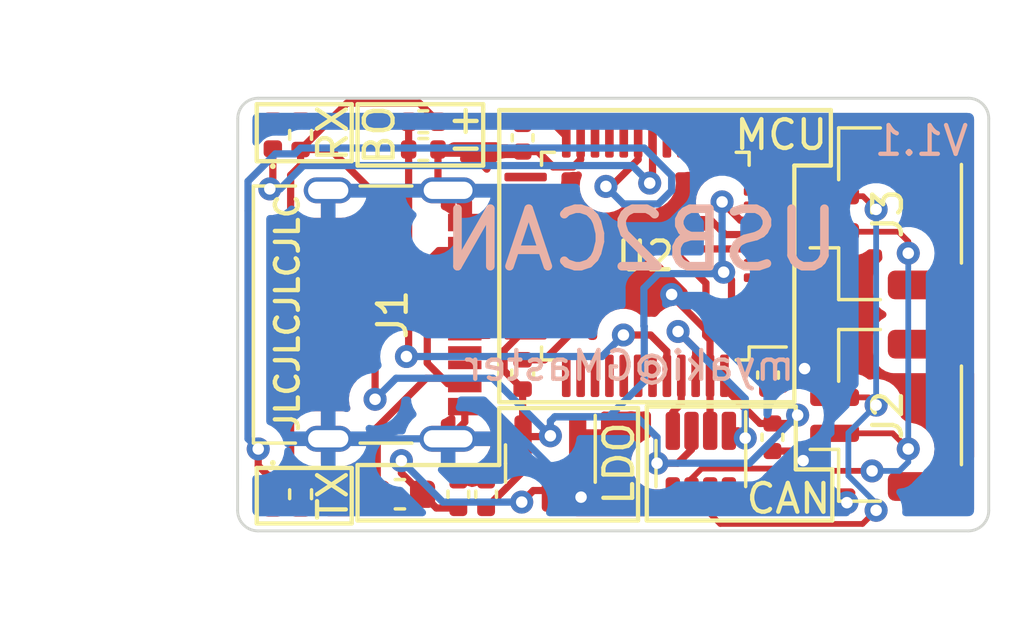
<source format=kicad_pcb>
(kicad_pcb (version 20211014) (generator pcbnew)
  (title_block (title "usb2can") (date "2022-11-11") (rev "1.1") (company "myaki@GMaster"))
  (layers (0 "F.Cu" signal) (31 "B.Cu" signal) (34 "B.Paste" user) (35 "F.Paste" user) (36 "B.SilkS" user "B.Silkscreen") (37 "F.SilkS" user "F.Silkscreen") (38 "B.Mask" user) (39 "F.Mask" user) (44 "Edge.Cuts" user))
  (net 0 "")
  (net 1 "+3.3V")
  (net 2 "GND")
  (net 3 "Net-(C2-Pad2)")
  (net 4 "/NRST")
  (net 5 "/LEDRX")
  (net 6 "Net-(D1-Pad2)")
  (net 7 "/LEDTX")
  (net 8 "Net-(D2-Pad2)")
  (net 9 "+5V")
  (net 11 "/USB_D+")
  (net 12 "/USB_D-")
  (net 16 "/CAN+")
  (net 17 "/CAN-")
  (net 18 "/BOOT0")
  (net 50 "/CAN_RX")
  (net 51 "/CAN_TX")
  (footprint "Resistor_SMD:R_0402_1005Metric" (layer "F.Cu") (at 45.5676 54.9656)
    (fp_text reference "R3" hide)
    (fp_text value "20K")
    (fp_line (start -0.153641 -0.38) (end 0.153641 -0.38) (layer "F.SilkS") (width 0.12))
    (fp_line (start -0.153641 0.38) (end 0.153641 0.38) (layer "F.SilkS") (width 0.12))
    (pad "1" smd roundrect (at -0.51 0) (size 0.54 0.64) (layers "F.Cu" "F.Paste" "F.Mask") (net 18 "/BOOT0"))
    (pad "2" smd roundrect (at 0.51 0) (size 0.54 0.64) (layers "F.Cu" "F.Paste" "F.Mask") (net 2 "GND"))
  )
  (footprint "Capacitor_SMD:C_0402_1005Metric" (layer "F.Cu") (at 47.752 66.9544 90)
    (fp_text reference "C3" hide)
    (fp_text value "1uF")
    (fp_line (start -0.107836 0.36) (end 0.107836 0.36) (layer "F.SilkS") (width 0.12))
    (fp_line (start -0.107836 -0.36) (end 0.107836 -0.36) (layer "F.SilkS") (width 0.12))
    (pad "1" smd roundrect (at -0.48 0 90) (size 0.56 0.62) (layers "F.Cu" "F.Paste" "F.Mask") (net 1 "+3.3V"))
    (pad "2" smd roundrect (at 0.48 0 90) (size 0.56 0.62) (layers "F.Cu" "F.Paste" "F.Mask") (net 2 "GND"))
  )
  (footprint "Connector_USB:USB_C_Receptacle_Palconn_UTC16-G" (layer "F.Cu") (at 44.5008 60.706 -90)
    (fp_text reference "J1" (at 0 0 90) (layer "F.SilkS"))
    (fp_text value "USB_C_Receptacle_USB2.0")
    (fp_line (start 4.47 4.84) (end 4.47 3.38) (layer "F.SilkS") (width 0.12))
    (fp_line (start -4.47 4.84) (end -4.47 3.38) (layer "F.SilkS") (width 0.12))
    (fp_line (start 4.47 4.84) (end -4.47 4.84) (layer "F.SilkS") (width 0.12))
    (fp_line (start 4.47 -0.67) (end 4.47 1.13) (layer "F.SilkS") (width 0.12))
    (fp_line (start -4.47 -0.67) (end -4.47 1.13) (layer "F.SilkS") (width 0.12))
    (pad "" np_thru_hole circle (at -2.89 -1.45 90) (size 0.6 0.6) (drill 0.6) (layers *.Cu *.Mask))
    (pad "" np_thru_hole circle (at 2.89 -1.45 90) (size 0.6 0.6) (drill 0.6) (layers *.Cu *.Mask))
    (pad "A1" smd rect (at -3.2 -2.51 270) (size 0.6 1.16) (layers "F.Cu" "F.Paste" "F.Mask") (net 2 "GND"))
    (pad "A4" smd rect (at -2.4 -2.51 270) (size 0.6 1.16) (layers "F.Cu" "F.Paste" "F.Mask") (net 9 "+5V"))
    (pad "A5" smd rect (at -1.25 -2.51 90) (size 0.3 1.16) (layers "F.Cu" "F.Paste" "F.Mask"))
    (pad "A6" smd rect (at -0.25 -2.51 90) (size 0.3 1.16) (layers "F.Cu" "F.Paste" "F.Mask") (net 11 "/USB_D+"))
    (pad "A7" smd rect (at 0.25 -2.51 90) (size 0.3 1.16) (layers "F.Cu" "F.Paste" "F.Mask") (net 12 "/USB_D-"))
    (pad "A8" smd rect (at 1.25 -2.51 90) (size 0.3 1.16) (layers "F.Cu" "F.Paste" "F.Mask"))
    (pad "A9" smd rect (at 2.4 -2.51 270) (size 0.6 1.16) (layers "F.Cu" "F.Paste" "F.Mask") (net 9 "+5V"))
    (pad "A12" smd rect (at 3.2 -2.51 270) (size 0.6 1.16) (layers "F.Cu" "F.Paste" "F.Mask") (net 2 "GND"))
    (pad "B1" smd rect (at 3.2 -2.51 270) (size 0.6 1.16) (layers "F.Cu" "F.Paste" "F.Mask") (net 2 "GND"))
    (pad "B4" smd rect (at 2.4 -2.51 270) (size 0.6 1.16) (layers "F.Cu" "F.Paste" "F.Mask") (net 9 "+5V"))
    (pad "B5" smd rect (at 1.75 -2.51 90) (size 0.3 1.16) (layers "F.Cu" "F.Paste" "F.Mask"))
    (pad "B6" smd rect (at 0.75 -2.51 90) (size 0.3 1.16) (layers "F.Cu" "F.Paste" "F.Mask") (net 11 "/USB_D+"))
    (pad "B7" smd rect (at -0.75 -2.51 90) (size 0.3 1.16) (layers "F.Cu" "F.Paste" "F.Mask") (net 12 "/USB_D-"))
    (pad "B8" smd rect (at -1.75 -2.51 90) (size 0.3 1.16) (layers "F.Cu" "F.Paste" "F.Mask"))
    (pad "B9" smd rect (at -2.4 -2.51 270) (size 0.6 1.16) (layers "F.Cu" "F.Paste" "F.Mask") (net 9 "+5V"))
    (pad "B12" smd rect (at -3.2 -2.51 270) (size 0.6 1.16) (layers "F.Cu" "F.Paste" "F.Mask") (net 2 "GND"))
    (pad "S1" thru_hole oval (at -4.32 -1.93) (size 2 0.9) (drill oval 1.7 0.6) (layers *.Cu *.Mask) (net 2 "GND"))
    (pad "S1" thru_hole oval (at 4.32 2.24) (size 1.7 0.9) (drill oval 1.4 0.6) (layers *.Cu *.Mask) (net 2 "GND"))
    (pad "S1" thru_hole oval (at 4.32 -1.93) (size 2 0.9) (drill oval 1.7 0.6) (layers *.Cu *.Mask) (net 2 "GND"))
    (pad "S1" thru_hole oval (at -4.32 2.24) (size 1.7 0.9) (drill oval 1.4 0.6) (layers *.Cu *.Mask) (net 2 "GND"))
  )
  (footprint "Connector_JST:JST_GH_SM02B-GHS-TB_1x02-1MP_P1.25mm_Horizontal" (layer "F.Cu") (at 61.722 64.2112 90)
    (fp_text reference "J2" (at 0 0 90) (layer "F.SilkS"))
    (fp_text value "CAN")
    (fp_line (start 2.985 -0.26) (end 2.985 -1.71) (layer "F.SilkS") (width 0.12))
    (fp_line (start 2.985 -1.71) (end 1.185 -1.71) (layer "F.SilkS") (width 0.12))
    (fp_line (start -1.185 -1.71) (end -1.185 -2.7) (layer "F.SilkS") (width 0.12))
    (fp_line (start -2.985 -0.26) (end -2.985 -1.71) (layer "F.SilkS") (width 0.12))
    (fp_line (start -1.715 2.56) (end 1.715 2.56) (layer "F.SilkS") (width 0.12))
    (fp_line (start -2.985 -1.71) (end -1.185 -1.71) (layer "F.SilkS") (width 0.12))
    (pad "1" smd roundrect (at -0.625 -1.85 90) (size 0.6 1.7) (layers "F.Cu" "F.Paste" "F.Mask") (net 17 "/CAN-"))
    (pad "2" smd roundrect (at 0.625 -1.85 90) (size 0.6 1.7) (layers "F.Cu" "F.Paste" "F.Mask") (net 16 "/CAN+"))
    (pad "MP" smd roundrect (at -2.475 1.35 90) (size 1 2.7) (layers "F.Cu" "F.Paste" "F.Mask"))
    (pad "MP" smd roundrect (at 2.475 1.35 90) (size 1 2.7) (layers "F.Cu" "F.Paste" "F.Mask"))
  )
  (footprint "Package_QFP:LQFP-48_7x7mm_P0.5mm" (layer "F.Cu") (at 53.2892 58.674 180)
    (fp_text reference "U2" (at 0 0) (layer "F.SilkS"))
    (fp_text value "STM32F072C8T6")
    (fp_line (start 3.61 3.61) (end 3.61 3.16) (layer "F.SilkS") (width 0.12))
    (fp_line (start 3.16 -3.61) (end 3.61 -3.61) (layer "F.SilkS") (width 0.12))
    (fp_line (start -3.16 -3.61) (end -3.61 -3.61) (layer "F.SilkS") (width 0.12))
    (fp_line (start 3.16 3.61) (end 3.61 3.61) (layer "F.SilkS") (width 0.12))
    (fp_line (start -3.61 -3.61) (end -3.61 -3.16) (layer "F.SilkS") (width 0.12))
    (fp_line (start -3.61 3.61) (end -3.61 3.16) (layer "F.SilkS") (width 0.12))
    (fp_line (start 3.61 -3.61) (end 3.61 -3.16) (layer "F.SilkS") (width 0.12))
    (fp_line (start -3.61 -3.16) (end -4.9 -3.16) (layer "F.SilkS") (width 0.12))
    (fp_line (start -3.16 3.61) (end -3.61 3.61) (layer "F.SilkS") (width 0.12))
    (pad "1" smd roundrect (at -4.1625 -2.75 180) (size 1.475 0.3) (layers "F.Cu" "F.Paste" "F.Mask") (net 1 "+3.3V"))
    (pad "2" smd roundrect (at -4.1625 -2.25 180) (size 1.475 0.3) (layers "F.Cu" "F.Paste" "F.Mask"))
    (pad "3" smd roundrect (at -4.1625 -1.75 180) (size 1.475 0.3) (layers "F.Cu" "F.Paste" "F.Mask"))
    (pad "4" smd roundrect (at -4.1625 -1.25 180) (size 1.475 0.3) (layers "F.Cu" "F.Paste" "F.Mask"))
    (pad "5" smd roundrect (at -4.1625 -0.75 180) (size 1.475 0.3) (layers "F.Cu" "F.Paste" "F.Mask"))
    (pad "6" smd roundrect (at -4.1625 -0.25 180) (size 1.475 0.3) (layers "F.Cu" "F.Paste" "F.Mask"))
    (pad "7" smd roundrect (at -4.1625 0.25 180) (size 1.475 0.3) (layers "F.Cu" "F.Paste" "F.Mask") (net 4 "/NRST"))
    (pad "8" smd roundrect (at -4.1625 0.75 180) (size 1.475 0.3) (layers "F.Cu" "F.Paste" "F.Mask") (net 2 "GND"))
    (pad "9" smd roundrect (at -4.1625 1.25 180) (size 1.475 0.3) (layers "F.Cu" "F.Paste" "F.Mask") (net 1 "+3.3V"))
    (pad "10" smd roundrect (at -4.1625 1.75 180) (size 1.475 0.3) (layers "F.Cu" "F.Paste" "F.Mask"))
    (pad "11" smd roundrect (at -4.1625 2.25 180) (size 1.475 0.3) (layers "F.Cu" "F.Paste" "F.Mask"))
    (pad "12" smd roundrect (at -4.1625 2.75 180) (size 1.475 0.3) (layers "F.Cu" "F.Paste" "F.Mask"))
    (pad "13" smd roundrect (at -2.75 4.1625 180) (size 0.3 1.475) (layers "F.Cu" "F.Paste" "F.Mask"))
    (pad "14" smd roundrect (at -2.25 4.1625 180) (size 0.3 1.475) (layers "F.Cu" "F.Paste" "F.Mask"))
    (pad "15" smd roundrect (at -1.75 4.1625 180) (size 0.3 1.475) (layers "F.Cu" "F.Paste" "F.Mask"))
    (pad "16" smd roundrect (at -1.25 4.1625 180) (size 0.3 1.475) (layers "F.Cu" "F.Paste" "F.Mask"))
    (pad "17" smd roundrect (at -0.75 4.1625 180) (size 0.3 1.475) (layers "F.Cu" "F.Paste" "F.Mask"))
    (pad "18" smd roundrect (at -0.25 4.1625 180) (size 0.3 1.475) (layers "F.Cu" "F.Paste" "F.Mask") (net 5 "/LEDRX"))
    (pad "19" smd roundrect (at 0.25 4.1625 180) (size 0.3 1.475) (layers "F.Cu" "F.Paste" "F.Mask") (net 7 "/LEDTX"))
    (pad "20" smd roundrect (at 0.75 4.1625 180) (size 0.3 1.475) (layers "F.Cu" "F.Paste" "F.Mask"))
    (pad "21" smd roundrect (at 1.25 4.1625 180) (size 0.3 1.475) (layers "F.Cu" "F.Paste" "F.Mask"))
    (pad "22" smd roundrect (at 1.75 4.1625 180) (size 0.3 1.475) (layers "F.Cu" "F.Paste" "F.Mask"))
    (pad "23" smd roundrect (at 2.25 4.1625 180) (size 0.3 1.475) (layers "F.Cu" "F.Paste" "F.Mask") (net 2 "GND"))
    (pad "24" smd roundrect (at 2.75 4.1625 180) (size 0.3 1.475) (layers "F.Cu" "F.Paste" "F.Mask") (net 1 "+3.3V"))
    (pad "25" smd roundrect (at 4.1625 2.75 180) (size 1.475 0.3) (layers "F.Cu" "F.Paste" "F.Mask"))
    (pad "26" smd roundrect (at 4.1625 2.25 180) (size 1.475 0.3) (layers "F.Cu" "F.Paste" "F.Mask"))
    (pad "27" smd roundrect (at 4.1625 1.75 180) (size 1.475 0.3) (layers "F.Cu" "F.Paste" "F.Mask"))
    (pad "28" smd roundrect (at 4.1625 1.25 180) (size 1.475 0.3) (layers "F.Cu" "F.Paste" "F.Mask"))
    (pad "29" smd roundrect (at 4.1625 0.75 180) (size 1.475 0.3) (layers "F.Cu" "F.Paste" "F.Mask"))
    (pad "30" smd roundrect (at 4.1625 0.25 180) (size 1.475 0.3) (layers "F.Cu" "F.Paste" "F.Mask"))
    (pad "31" smd roundrect (at 4.1625 -0.25 180) (size 1.475 0.3) (layers "F.Cu" "F.Paste" "F.Mask"))
    (pad "32" smd roundrect (at 4.1625 -0.75 180) (size 1.475 0.3) (layers "F.Cu" "F.Paste" "F.Mask") (net 12 "/USB_D-"))
    (pad "33" smd roundrect (at 4.1625 -1.25 180) (size 1.475 0.3) (layers "F.Cu" "F.Paste" "F.Mask") (net 11 "/USB_D+"))
    (pad "34" smd roundrect (at 4.1625 -1.75 180) (size 1.475 0.3) (layers "F.Cu" "F.Paste" "F.Mask"))
    (pad "35" smd roundrect (at 4.1625 -2.25 180) (size 1.475 0.3) (layers "F.Cu" "F.Paste" "F.Mask") (net 2 "GND"))
    (pad "36" smd roundrect (at 4.1625 -2.75 180) (size 1.475 0.3) (layers "F.Cu" "F.Paste" "F.Mask") (net 1 "+3.3V"))
    (pad "37" smd roundrect (at 2.75 -4.1625 180) (size 0.3 1.475) (layers "F.Cu" "F.Paste" "F.Mask"))
    (pad "38" smd roundrect (at 2.25 -4.1625 180) (size 0.3 1.475) (layers "F.Cu" "F.Paste" "F.Mask"))
    (pad "39" smd roundrect (at 1.75 -4.1625 180) (size 0.3 1.475) (layers "F.Cu" "F.Paste" "F.Mask"))
    (pad "40" smd roundrect (at 1.25 -4.1625 180) (size 0.3 1.475) (layers "F.Cu" "F.Paste" "F.Mask"))
    (pad "41" smd roundrect (at 0.75 -4.1625 180) (size 0.3 1.475) (layers "F.Cu" "F.Paste" "F.Mask"))
    (pad "42" smd roundrect (at 0.25 -4.1625 180) (size 0.3 1.475) (layers "F.Cu" "F.Paste" "F.Mask"))
    (pad "43" smd roundrect (at -0.25 -4.1625 180) (size 0.3 1.475) (layers "F.Cu" "F.Paste" "F.Mask"))
    (pad "44" smd roundrect (at -0.75 -4.1625 180) (size 0.3 1.475) (layers "F.Cu" "F.Paste" "F.Mask") (net 18 "/BOOT0"))
    (pad "45" smd roundrect (at -1.25 -4.1625 180) (size 0.3 1.475) (layers "F.Cu" "F.Paste" "F.Mask") (net 50 "/CAN_RX"))
    (pad "46" smd roundrect (at -1.75 -4.1625 180) (size 0.3 1.475) (layers "F.Cu" "F.Paste" "F.Mask") (net 51 "/CAN_TX"))
    (pad "47" smd roundrect (at -2.25 -4.1625 180) (size 0.3 1.475) (layers "F.Cu" "F.Paste" "F.Mask") (net 2 "GND"))
    (pad "48" smd roundrect (at -2.75 -4.1625 180) (size 0.3 1.475) (layers "F.Cu" "F.Paste" "F.Mask") (net 1 "+3.3V"))
  )
  (footprint "Fuse:Fuse_0603_1608Metric" (layer "F.Cu") (at 44.7548 66.9544 180)
    (fp_text reference "F1" hide)
    (fp_text value "0.5A")
    (fp_line (start -0.162779 0.51) (end 0.162779 0.51) (layer "F.SilkS") (width 0.12))
    (fp_line (start -0.162779 -0.51) (end 0.162779 -0.51) (layer "F.SilkS") (width 0.12))
    (pad "1" smd roundrect (at -0.7875 0 180) (size 0.875 0.95) (layers "F.Cu" "F.Paste" "F.Mask") (net 3 "Net-(C2-Pad2)"))
    (pad "2" smd roundrect (at 0.7875 0 180) (size 0.875 0.95) (layers "F.Cu" "F.Paste" "F.Mask") (net 9 "+5V"))
  )
  (footprint "Package_TO_SOT_SMD:SOT-23" (layer "F.Cu") (at 49.9872 65.8876 -90)
    (fp_text reference "U1" hide)
    (fp_text value "XC6206P332MR")
    (fp_line (start 0 -1.56) (end -1.675 -1.56) (layer "F.SilkS") (width 0.12))
    (fp_line (start 0 -1.56) (end 0.65 -1.56) (layer "F.SilkS") (width 0.12))
    (fp_line (start 0 1.56) (end 0.65 1.56) (layer "F.SilkS") (width 0.12))
    (fp_line (start 0 1.56) (end -0.65 1.56) (layer "F.SilkS") (width 0.12))
    (pad "1" smd roundrect (at -0.9375 -0.95 270) (size 1.475 0.6) (layers "F.Cu" "F.Paste" "F.Mask") (net 2 "GND"))
    (pad "2" smd roundrect (at -0.9375 0.95 270) (size 1.475 0.6) (layers "F.Cu" "F.Paste" "F.Mask") (net 1 "+3.3V"))
    (pad "3" smd roundrect (at 0.9375 0 270) (size 1.475 0.6) (layers "F.Cu" "F.Paste" "F.Mask") (net 3 "Net-(C2-Pad2)"))
  )
  (footprint "Capacitor_SMD:C_0402_1005Metric" (layer "F.Cu") (at 49.022 54.5592 -90)
    (fp_text reference "C1" hide)
    (fp_text value "0.1uF")
    (fp_line (start -0.107836 0.36) (end 0.107836 0.36) (layer "F.SilkS") (width 0.12))
    (fp_line (start -0.107836 -0.36) (end 0.107836 -0.36) (layer "F.SilkS") (width 0.12))
    (pad "1" smd roundrect (at -0.48 0 270) (size 0.56 0.62) (layers "F.Cu" "F.Paste" "F.Mask") (net 1 "+3.3V"))
    (pad "2" smd roundrect (at 0.48 0 270) (size 0.56 0.62) (layers "F.Cu" "F.Paste" "F.Mask") (net 2 "GND"))
  )
  (footprint "Connector_JST:JST_GH_SM02B-GHS-TB_1x02-1MP_P1.25mm_Horizontal" (layer "F.Cu") (at 61.722 57.2008 90)
    (fp_text reference "J3" (at 0 0 90) (layer "F.SilkS"))
    (fp_text value "CAN")
    (fp_line (start 2.985 -0.26) (end 2.985 -1.71) (layer "F.SilkS") (width 0.12))
    (fp_line (start 2.985 -1.71) (end 1.185 -1.71) (layer "F.SilkS") (width 0.12))
    (fp_line (start -2.985 -0.26) (end -2.985 -1.71) (layer "F.SilkS") (width 0.12))
    (fp_line (start -1.185 -1.71) (end -1.185 -2.7) (layer "F.SilkS") (width 0.12))
    (fp_line (start -2.985 -1.71) (end -1.185 -1.71) (layer "F.SilkS") (width 0.12))
    (fp_line (start -1.715 2.56) (end 1.715 2.56) (layer "F.SilkS") (width 0.12))
    (pad "1" smd roundrect (at -0.625 -1.85 90) (size 0.6 1.7) (layers "F.Cu" "F.Paste" "F.Mask") (net 17 "/CAN-"))
    (pad "2" smd roundrect (at 0.625 -1.85 90) (size 0.6 1.7) (layers "F.Cu" "F.Paste" "F.Mask") (net 16 "/CAN+"))
    (pad "MP" smd roundrect (at 2.475 1.35 90) (size 1 2.7) (layers "F.Cu" "F.Paste" "F.Mask"))
    (pad "MP" smd roundrect (at -2.475 1.35 90) (size 1 2.7) (layers "F.Cu" "F.Paste" "F.Mask"))
  )
  (footprint "Capacitor_SMD:C_0402_1005Metric" (layer "F.Cu") (at 57.7088 64.9732 -90)
    (fp_text reference "C5" hide)
    (fp_text value "0.1uF")
    (fp_line (start -0.107836 0.36) (end 0.107836 0.36) (layer "F.SilkS") (width 0.12))
    (fp_line (start -0.107836 -0.36) (end 0.107836 -0.36) (layer "F.SilkS") (width 0.12))
    (pad "1" smd roundrect (at -0.48 0 270) (size 0.56 0.62) (layers "F.Cu" "F.Paste" "F.Mask") (net 1 "+3.3V"))
    (pad "2" smd roundrect (at 0.48 0 270) (size 0.56 0.62) (layers "F.Cu" "F.Paste" "F.Mask") (net 2 "GND"))
  )
  (footprint "Diode_SMD:D_0402_1005Metric" (layer "F.Cu") (at 40.3352 66.9544 -90)
    (fp_text reference "D2" hide)
    (fp_text value "LED_B")
    (fp_circle (center -1.09 0) (end -1.04 0) (layer "F.SilkS") (width 0.1) (fill none))
    (pad "1" smd roundrect (at -0.485 0 270) (size 0.59 0.64) (layers "F.Cu" "F.Paste" "F.Mask") (net 7 "/LEDTX"))
    (pad "2" smd roundrect (at 0.485 0 270) (size 0.59 0.64) (layers "F.Cu" "F.Paste" "F.Mask") (net 8 "Net-(D2-Pad2)"))
  )
  (footprint "Diode_SMD:D_0402_1005Metric" (layer "F.Cu") (at 40.3352 54.4576 90)
    (fp_text reference "D1" hide)
    (fp_text value "LED_G")
    (fp_circle (center -1.09 0) (end -1.04 0) (layer "F.SilkS") (width 0.1) (fill none))
    (pad "1" smd roundrect (at -0.485 0 90) (size 0.59 0.64) (layers "F.Cu" "F.Paste" "F.Mask") (net 5 "/LEDRX"))
    (pad "2" smd roundrect (at 0.485 0 90) (size 0.59 0.64) (layers "F.Cu" "F.Paste" "F.Mask") (net 6 "Net-(D1-Pad2)"))
  )
  (footprint "Capacitor_SMD:C_0402_1005Metric" (layer "F.Cu") (at 46.7868 66.9544 -90)
    (fp_text reference "C2" hide)
    (fp_text value "1uF")
    (fp_line (start -0.107836 0.36) (end 0.107836 0.36) (layer "F.SilkS") (width 0.12))
    (fp_line (start -0.107836 -0.36) (end 0.107836 -0.36) (layer "F.SilkS") (width 0.12))
    (pad "1" smd roundrect (at -0.48 0 270) (size 0.56 0.62) (layers "F.Cu" "F.Paste" "F.Mask") (net 2 "GND"))
    (pad "2" smd roundrect (at 0.48 0 270) (size 0.56 0.62) (layers "F.Cu" "F.Paste" "F.Mask") (net 3 "Net-(C2-Pad2)"))
  )
  (footprint "Resistor_SMD:R_0402_1005Metric" (layer "F.Cu") (at 41.3004 54.4576 90)
    (fp_text reference "R4" hide)
    (fp_text value "510R")
    (fp_line (start -0.153641 0.38) (end 0.153641 0.38) (layer "F.SilkS") (width 0.12))
    (fp_line (start -0.153641 -0.38) (end 0.153641 -0.38) (layer "F.SilkS") (width 0.12))
    (pad "1" smd roundrect (at -0.51 0 90) (size 0.54 0.64) (layers "F.Cu" "F.Paste" "F.Mask") (net 1 "+3.3V"))
    (pad "2" smd roundrect (at 0.51 0 90) (size 0.54 0.64) (layers "F.Cu" "F.Paste" "F.Mask") (net 6 "Net-(D1-Pad2)"))
  )
  (footprint "Package_TO_SOT_SMD:SOT-23-8" (layer "F.Cu") (at 55.2196 65.8876 -90)
    (fp_text reference "U3" hide)
    (fp_text value "MAX3051")
    (fp_line (start 0 -1.56) (end -1.8 -1.56) (layer "F.SilkS") (width 0.12))
    (fp_line (start 0 1.56) (end 0.8 1.56) (layer "F.SilkS") (width 0.12))
    (fp_line (start 0 1.56) (end -0.8 1.56) (layer "F.SilkS") (width 0.12))
    (fp_line (start 0 -1.56) (end 0.8 -1.56) (layer "F.SilkS") (width 0.12))
    (pad "1" smd roundrect (at -1.1375 -0.975 270) (size 1.325 0.5) (layers "F.Cu" "F.Paste" "F.Mask") (net 51 "/CAN_TX"))
    (pad "2" smd roundrect (at -1.1375 -0.325 270) (size 1.325 0.5) (layers "F.Cu" "F.Paste" "F.Mask") (net 2 "GND"))
    (pad "3" smd roundrect (at -1.1375 0.325 270) (size 1.325 0.5) (layers "F.Cu" "F.Paste" "F.Mask") (net 1 "+3.3V"))
    (pad "4" smd roundrect (at -1.1375 0.975 270) (size 1.325 0.5) (layers "F.Cu" "F.Paste" "F.Mask") (net 50 "/CAN_RX"))
    (pad "5" smd roundrect (at 1.1375 0.975 270) (size 1.325 0.5) (layers "F.Cu" "F.Paste" "F.Mask") (net 2 "GND"))
    (pad "6" smd roundrect (at 1.1375 0.325 270) (size 1.325 0.5) (layers "F.Cu" "F.Paste" "F.Mask") (net 17 "/CAN-"))
    (pad "7" smd roundrect (at 1.1375 -0.325 270) (size 1.325 0.5) (layers "F.Cu" "F.Paste" "F.Mask") (net 16 "/CAN+"))
    (pad "8" smd roundrect (at 1.1375 -0.975 270) (size 1.325 0.5) (layers "F.Cu" "F.Paste" "F.Mask") (net 2 "GND"))
  )
  (footprint "Resistor_SMD:R_0402_1005Metric" (layer "F.Cu") (at 45.5676 54.0004 180)
    (fp_text reference "R1" hide)
    (fp_text value "20K")
    (fp_line (start -0.153641 -0.38) (end 0.153641 -0.38) (layer "F.SilkS") (width 0.12))
    (fp_line (start -0.153641 0.38) (end 0.153641 0.38) (layer "F.SilkS") (width 0.12))
    (pad "1" smd roundrect (at -0.51 0 180) (size 0.54 0.64) (layers "F.Cu" "F.Paste" "F.Mask") (net 1 "+3.3V"))
    (pad "2" smd roundrect (at 0.51 0 180) (size 0.54 0.64) (layers "F.Cu" "F.Paste" "F.Mask") (net 18 "/BOOT0"))
  )
  (footprint "Resistor_SMD:R_0402_1005Metric" (layer "F.Cu") (at 41.3004 66.9544 -90)
    (fp_text reference "R5" hide)
    (fp_text value "510R")
    (fp_line (start -0.153641 -0.38) (end 0.153641 -0.38) (layer "F.SilkS") (width 0.12))
    (fp_line (start -0.153641 0.38) (end 0.153641 0.38) (layer "F.SilkS") (width 0.12))
    (pad "1" smd roundrect (at -0.51 0 270) (size 0.54 0.64) (layers "F.Cu" "F.Paste" "F.Mask") (net 1 "+3.3V"))
    (pad "2" smd roundrect (at 0.51 0 270) (size 0.54 0.64) (layers "F.Cu" "F.Paste" "F.Mask") (net 8 "Net-(D2-Pad2)"))
  )
  (footprint "Capacitor_SMD:C_0402_1005Metric" (layer "F.Cu") (at 57.5564 62.8116 -90)
    (fp_text reference "C4" hide)
    (fp_text value "1uF")
    (fp_line (start -0.107836 0.36) (end 0.107836 0.36) (layer "F.SilkS") (width 0.12))
    (fp_line (start -0.107836 -0.36) (end 0.107836 -0.36) (layer "F.SilkS") (width 0.12))
    (pad "1" smd roundrect (at -0.48 0 270) (size 0.56 0.62) (layers "F.Cu" "F.Paste" "F.Mask") (net 4 "/NRST"))
    (pad "2" smd roundrect (at 0.48 0 270) (size 0.56 0.62) (layers "F.Cu" "F.Paste" "F.Mask") (net 2 "GND"))
  )
  (footprint "Resistor_SMD:R_0402_1005Metric" (layer "F.Cu") (at 49.022 62.7888 90)
    (fp_text reference "R2" hide)
    (fp_text value "10K")
    (fp_line (start -0.153641 0.38) (end 0.153641 0.38) (layer "F.SilkS") (width 0.12))
    (fp_line (start -0.153641 -0.38) (end 0.153641 -0.38) (layer "F.SilkS") (width 0.12))
    (pad "1" smd roundrect (at -0.51 0 90) (size 0.54 0.64) (layers "F.Cu" "F.Paste" "F.Mask") (net 1 "+3.3V"))
    (pad "2" smd roundrect (at 0.51 0 90) (size 0.54 0.64) (layers "F.Cu" "F.Paste" "F.Mask") (net 4 "/NRST"))
  )
  (gr_line (start 39.7764 67.8307) (end 39.7764 67.9704) (layer "F.SilkS") (width 0.15))
  (gr_line (start 47.6504 53.3908) (end 47.6504 53.5686) (layer "F.SilkS") (width 0.15))
  (gr_line (start 43.0784 53.3908) (end 39.7764 53.3908) (layer "F.SilkS") (width 0.15))
  (gr_line (start 43.2816 53.5686) (end 43.2816 55.5244) (layer "F.SilkS") (width 0.15))
  (gr_line (start 59.791599 66.0908) (end 58.5216 66.0908) (layer "F.SilkS") (width 0.15))
  (gr_line (start 43.0784 67.9704) (end 43.0784 67.8307) (layer "F.SilkS") (width 0.15))
  (gr_line (start 48.2092 63.9572) (end 48.2092 65.9384) (layer "F.SilkS") (width 0.15))
  (gr_line (start 43.0784 66.04) (end 43.0784 67.8307) (layer "F.SilkS") (width 0.15))
  (gr_line (start 43.281599 67.8688) (end 43.2816 65.9384) (layer "F.SilkS") (width 0.15))
  (gr_line (start 48.2092 53.594) (end 48.2092 63.754) (layer "F.SilkS") (width 0.15))
  (gr_line (start 53.0352 67.8688) (end 43.281599 67.8688) (layer "F.SilkS") (width 0.15))
  (gr_line (start 43.0784 53.5686) (end 43.0784 55.372) (layer "F.SilkS") (width 0.15))
  (gr_line (start 43.2816 53.3908) (end 43.2816 53.5686) (layer "F.SilkS") (width 0.15))
  (gr_line (start 43.0784 66.04) (end 39.7764 66.04) (layer "F.SilkS") (width 0.15))
  (gr_line (start 58.5216 66.0908) (end 58.5216 63.9064) (layer "F.SilkS") (width 0.15))
  (gr_line (start 48.2092 63.754) (end 58.4708 63.754) (layer "F.SilkS") (width 0.15))
  (gr_line (start 53.0352 63.9572) (end 53.0352 67.8688) (layer "F.SilkS") (width 0.15))
  (gr_line (start 39.7764 67.9704) (end 43.0784 67.9704) (layer "F.SilkS") (width 0.15))
  (gr_line (start 39.7764 66.04) (end 39.7764 67.8307) (layer "F.SilkS") (width 0.15))
  (gr_line (start 58.5216 63.9064) (end 53.34 63.9064) (layer "F.SilkS") (width 0.15))
  (gr_line (start 59.7408 53.594) (end 59.7408 55.5244) (layer "F.SilkS") (width 0.15))
  (gr_line (start 39.7764 53.5686) (end 39.7764 55.372) (layer "F.SilkS") (width 0.15))
  (gr_line (start 39.7764 53.3908) (end 39.7764 53.5686) (layer "F.SilkS") (width 0.15))
  (gr_line (start 59.7408 55.5244) (end 58.4708 55.5244) (layer "F.SilkS") (width 0.15))
  (gr_line (start 53.34 67.8688) (end 59.7916 67.8688) (layer "F.SilkS") (width 0.15))
  (gr_line (start 43.0784 55.372) (end 39.7764 55.372) (layer "F.SilkS") (width 0.15))
  (gr_line (start 59.7916 67.8688) (end 59.791599 66.0908) (layer "F.SilkS") (width 0.15))
  (gr_line (start 43.0784 53.3908) (end 43.0784 53.5686) (layer "F.SilkS") (width 0.15))
  (gr_line (start 43.2816 53.3908) (end 47.6504 53.3908) (layer "F.SilkS") (width 0.15))
  (gr_line (start 47.6504 53.5686) (end 47.6504 55.5244) (layer "F.SilkS") (width 0.15))
  (gr_line (start 53.34 63.9064) (end 53.34 67.8688) (layer "F.SilkS") (width 0.15))
  (gr_line (start 59.7408 53.594) (end 48.2092 53.594) (layer "F.SilkS") (width 0.15))
  (gr_line (start 47.6504 55.5244) (end 43.2816 55.5244) (layer "F.SilkS") (width 0.15))
  (gr_line (start 53.0352 63.9572) (end 48.2092 63.9572) (layer "F.SilkS") (width 0.15))
  (gr_line (start 48.2092 65.9384) (end 43.2816 65.9384) (layer "F.SilkS") (width 0.15))
  (gr_line (start 58.4708 63.754) (end 58.4708 55.5244) (layer "F.SilkS") (width 0.15))
  (gr_arc (start 39.822094 68.229506) (mid 39.319206 68.021198) (end 39.110894 67.518306) (layer "Edge.Cuts") (width 0.1))
  (gr_line (start 64.521106 68.229506) (end 39.822094 68.229506) (layer "Edge.Cuts") (width 0.1))
  (gr_arc (start 39.116 53.893694) (mid 39.324304 53.390796) (end 39.8272 53.182494) (layer "Edge.Cuts") (width 0.1))
  (gr_arc (start 64.521106 53.182494) (mid 65.023999 53.390801) (end 65.232306 53.893694) (layer "Edge.Cuts") (width 0.1))
  (gr_line (start 65.232306 53.893694) (end 65.232306 67.518306) (layer "Edge.Cuts") (width 0.1))
  (gr_line (start 39.8272 53.182494) (end 64.521106 53.182494) (layer "Edge.Cuts") (width 0.1))
  (gr_arc (start 65.232306 67.518306) (mid 65.023999 68.021199) (end 64.521106 68.229506) (layer "Edge.Cuts") (width 0.1))
  (gr_line (start 39.116 53.893694) (end 39.110894 67.518306) (layer "Edge.Cuts") (width 0.1))
  (gr_text "myaki@GMaster" (at 52.7304 62.484) (layer "B.SilkS") (effects (font (size 1 1)) (justify mirror)))
  (gr_text "V1.1" (at 62.8904 54.6608) (layer "B.SilkS") (effects (font (size 1 1)) (justify mirror)))
  (gr_text "USB2CAN" (at 53.1368 58.1152) (layer "B.SilkS") (effects (font (size 2 2) (thickness 0.3)) (justify mirror)))
  (gr_text "TX" (at 42.418 67.0052 90) (layer "F.SilkS") (effects (font (size 1 1))))
  (gr_text "CAN" (at 58.2676 67.1068) (layer "F.SilkS") (effects (font (size 1 1))))
  (gr_text "JLCJLCJLCJLC" (at 40.8432 60.6552 90) (layer "F.SilkS") (effects (font (size 0.8 0.8))))
  (gr_text "BO" (at 44.0436 54.4576 90) (layer "F.SilkS") (effects (font (size 1 1))))
  (gr_text "-" (at 47.0408 54.864) (layer "F.SilkS") (effects (font (size 1 1))))
  (gr_text "LDO" (at 52.3748 65.8876 90) (layer "F.SilkS") (effects (font (size 1 1))))
  (gr_text "MCU" (at 58.0136 54.4576) (layer "F.SilkS") (effects (font (size 1 1))))
  (gr_text "+" (at 47.0408 53.8988) (layer "F.SilkS") (effects (font (size 1 1))))
  (gr_text "RX" (at 42.418 54.4068 90) (layer "F.SilkS") (effects (font (size 1 1))))
  (segment (start 56.2864 59.505629) (end 56.2864 61.061885) (width 0.25) (layer "F.Cu") (net 1))
  (segment (start 49.022 54.0792) (end 46.2072 54.0792) (width 0.25) (layer "F.Cu") (net 1))
  (segment (start 57.7088 64.4932) (end 58.296539 64.4932) (width 0.25) (layer "F.Cu") (net 1))
  (segment (start 42.338416 54.9676) (end 43.8912 56.520384) (width 0.25) (layer "F.Cu") (net 1))
  (segment (start 41.3004 54.9676) (end 42.338416 54.9676) (width 0.25) (layer "F.Cu") (net 1))
  (segment (start 42.9126 53.3554) (end 45.4326 53.3554) (width 0.25) (layer "F.Cu") (net 1))
  (segment (start 49.022 64.9349) (end 49.0372 64.9501) (width 0.25) (layer "F.Cu") (net 1))
  (segment (start 57.7088 64.4932) (end 57.2796 64.4932) (width 0.25) (layer "F.Cu") (net 1))
  (segment (start 49.0372 66.156809) (end 49.0372 64.9501) (width 0.25) (layer "F.Cu") (net 1))
  (segment (start 40.954856 55.856172) (end 40.954856 66.098856) (width 0.25) (layer "F.Cu") (net 1))
  (segment (start 49.022 54.0792) (end 50.1069 54.0792) (width 0.25) (layer "F.Cu") (net 1))
  (segment (start 54.8946 65.398996) (end 54.418119 65.875477) (width 0.25) (layer "F.Cu") (net 1))
  (segment (start 56.0392 63.2528) (end 56.0392 62.8365) (width 0.25) (layer "F.Cu") (net 1))
  (segment (start 57.4517 57.424) (end 56.594876 57.424) (width 0.25) (layer "F.Cu") (net 1))
  (segment (start 48.114609 67.0794) (end 49.0372 66.156809) (width 0.25) (layer "F.Cu") (net 1))
  (segment (start 57.2796 64.4932) (end 56.0392 63.2528) (width 0.25) (layer "F.Cu") (net 1))
  (segment (start 41.3004 54.9676) (end 41.3004 55.510628) (width 0.25) (layer "F.Cu") (net 1))
  (segment (start 41.3004 54.9676) (end 42.9126 53.3554) (width 0.25) (layer "F.Cu") (net 1))
  (segment (start 50.1069 54.0792) (end 50.5392 54.5115) (width 0.25) (layer "F.Cu") (net 1))
  (segment (start 49.1267 61.424) (end 48.906262 61.424) (width 0.25) (layer "F.Cu") (net 1))
  (segment (start 45.4326 53.3554) (end 46.0776 54.0004) (width 0.25) (layer "F.Cu") (net 1))
  (segment (start 56.2864 61.061885) (end 56.648515 61.424) (width 0.25) (layer "F.Cu") (net 1))
  (segment (start 48.377 62.6538) (end 49.022 63.2988) (width 0.25) (layer "F.Cu") (net 1))
  (segment (start 56.648515 61.424) (end 57.4517 61.424) (width 0.25) (layer "F.Cu") (net 1))
  (segment (start 49.0372 64.9501) (end 49.9595 64.9501) (width 0.25) (layer "F.Cu") (net 1))
  (segment (start 48.906262 61.424) (end 48.377 61.953262) (width 0.25) (layer "F.Cu") (net 1))
  (segment (start 43.8912 56.520384) (end 43.8912 63.6524) (width 0.25) (layer "F.Cu") (net 1))
  (segment (start 56.594876 57.424) (end 55.958468 56.787592) (width 0.25) (layer "F.Cu") (net 1))
  (segment (start 58.296539 64.4932) (end 58.586113 64.203626) (width 0.25) (layer "F.Cu") (net 1))
  (segment (start 56.013357 59.232586) (end 56.2864 59.505629) (width 0.25) (layer "F.Cu") (net 1))
  (segment (start 40.954856 66.098856) (end 41.3004 66.4444) (width 0.25) (layer "F.Cu") (net 1))
  (segment (start 49.9595 64.9501) (end 49.9872 64.9224) (width 0.25) (layer "F.Cu") (net 1))
  (segment (start 41.3004 55.510628) (end 40.954856 55.856172) (width 0.25) (layer "F.Cu") (net 1))
  (segment (start 54.8946 64.7501) (end 54.8946 65.398996) (width 0.25) (layer "F.Cu") (net 1))
  (segment (start 48.377 61.953262) (end 48.377 62.6538) (width 0.25) (layer "F.Cu") (net 1))
  (segment (start 46.2072 54.0792) (end 46.0776 53.9496) (width 0.25) (layer "F.Cu") (net 1))
  (segment (start 47.752 67.4344) (end 48.107 67.0794) (width 0.25) (layer "F.Cu") (net 1))
  (segment (start 48.107 67.0794) (end 48.114609 67.0794) (width 0.25) (layer "F.Cu") (net 1))
  (segment (start 54.418119 65.875477) (end 53.69616 65.875477) (width 0.25) (layer "F.Cu") (net 1))
  (segment (start 49.022 63.2988) (end 49.022 64.9349) (width 0.25) (layer "F.Cu") (net 1))
  (via (at 58.586113 64.203626) (size 0.8) (drill 0.4) (layers "F.Cu" "B.Cu") (net 1))
  (via (at 43.8912 63.6524) (size 0.8) (drill 0.4) (layers "F.Cu" "B.Cu") (net 1))
  (via (at 56.013357 59.232586) (size 0.8) (drill 0.4) (layers "F.Cu" "B.Cu") (net 1))
  (via (at 53.69616 65.875477) (size 0.8) (drill 0.4) (layers "F.Cu" "B.Cu") (net 1))
  (via (at 49.9872 64.9224) (size 0.8) (drill 0.4) (layers "F.Cu" "B.Cu") (net 1))
  (via (at 55.958468 56.787592) (size 0.8) (drill 0.4) (layers "F.Cu" "B.Cu") (net 1))
  (segment (start 55.962343 59.2836) (end 53.7464 59.2836) (width 0.25) (layer "B.Cu") (net 1))
  (segment (start 52.9844 64.262) (end 50.1396 64.262) (width 0.25) (layer "B.Cu") (net 1))
  (segment (start 49.9872 64.4144) (end 49.9872 64.9224) (width 0.25) (layer "B.Cu") (net 1))
  (segment (start 43.8912 63.6524) (end 44.622601 62.920999) (width 0.25) (layer "B.Cu") (net 1))
  (segment (start 50.1396 64.262) (end 49.9872 64.4144) (width 0.25) (layer "B.Cu") (net 1))
  (segment (start 56.013357 59.232586) (end 55.962343 59.2836) (width 0.25) (layer "B.Cu") (net 1))
  (segment (start 44.622601 62.920999) (end 47.985799 62.920999) (width 0.25) (layer "B.Cu") (net 1))
  (segment (start 47.985799 62.920999) (end 49.9872 64.9224) (width 0.25) (layer "B.Cu") (net 1))
  (segment (start 53.2384 59.7916) (end 53.2384 61.103095) (width 0.25) (layer "B.Cu") (net 1))
  (segment (start 56.013357 59.232586) (end 55.958468 59.177697) (width 0.25) (layer "B.Cu") (net 1))
  (segment (start 56.914262 65.875477) (end 53.69616 65.875477) (width 0.25) (layer "B.Cu") (net 1))
  (segment (start 55.958468 59.177697) (end 55.958468 56.787592) (width 0.25) (layer "B.Cu") (net 1))
  (segment (start 53.69616 64.97376) (end 52.9844 64.262) (width 0.25) (layer "B.Cu") (net 1))
  (segment (start 53.69616 65.875477) (end 53.69616 64.97376) (width 0.25) (layer "B.Cu") (net 1))
  (segment (start 53.2522 61.116895) (end 53.2522 63.029) (width 0.25) (layer "B.Cu") (net 1))
  (segment (start 58.586113 64.203626) (end 56.914262 65.875477) (width 0.25) (layer "B.Cu") (net 1))
  (segment (start 53.7464 59.2836) (end 53.2384 59.7916) (width 0.25) (layer "B.Cu") (net 1))
  (segment (start 53.2384 61.103095) (end 53.2522 61.116895) (width 0.25) (layer "B.Cu") (net 1))
  (segment (start 52.0192 64.262) (end 50.1396 64.262) (width 0.25) (layer "B.Cu") (net 1))
  (segment (start 53.2522 63.029) (end 52.0192 64.262) (width 0.25) (layer "B.Cu") (net 1))
  (segment (start 57.5616 63.2968) (end 57.5564 63.2916) (width 0.25) (layer "F.Cu") (net 2))
  (segment (start 49.929885 60.924) (end 50.1892 60.664685) (width 0.25) (layer "F.Cu") (net 2))
  (segment (start 56.1946 67.0251) (end 60.0772 67.0251) (width 0.25) (layer "F.Cu") (net 2))
  (segment (start 54.2036 60.0081) (end 54.2036 60.0456) (width 0.25) (layer "F.Cu") (net 2))
  (segment (start 55.3864 61.2284) (end 55.3864 61.434677) (width 0.25) (layer "F.Cu") (net 2))
  (segment (start 46.4308 66.1184) (end 46.7868 66.4744) (width 0.25) (layer "F.Cu") (net 2))
  (segment (start 58.4428 65.4532) (end 58.7756 65.786) (width 0.25) (layer "F.Cu") (net 2))
  (segment (start 58.2796 57.924) (end 58.8264 58.4708) (width 0.25) (layer "F.Cu") (net 2))
  (segment (start 50.9372 66.9392) (end 51.054 67.056) (width 0.25) (layer "F.Cu") (net 2))
  (segment (start 47.752 66.4744) (end 46.7868 66.4744) (width 0.25) (layer "F.Cu") (net 2))
  (segment (start 49.1267 60.924) (end 49.929885 60.924) (width 0.25) (layer "F.Cu") (net 2))
  (segment (start 50.9372 65.5907) (end 52.3716 67.0251) (width 0.25) (layer "F.Cu") (net 2))
  (segment (start 50.9372 64.9501) (end 50.9372 66.9392) (width 0.25) (layer "F.Cu") (net 2))
  (segment (start 50.779885 55.574) (end 50.0876 55.574) (width 0.25) (layer "F.Cu") (net 2))
  (segment (start 60.0772 67.0251) (end 60.2996 67.2475) (width 0.25) (layer "F.Cu") (net 2))
  (segment (start 50.1892 59.488) (end 52.2732 57.404) (width 0.25) (layer "F.Cu") (net 2))
  (segment (start 55.549571 57.404) (end 56.069571 57.924) (width 0.25) (layer "F.Cu") (net 2))
  (segment (start 55.3864 61.434677) (end 55.5392 61.587477) (width 0.25) (layer "F.Cu") (net 2))
  (segment (start 49.5528 55.0392) (end 49.022 55.0392) (width 0.25) (layer "F.Cu") (net 2))
  (segment (start 47.0108 64.446) (end 46.4308 65.026) (width 0.25) (layer "F.Cu") (net 2))
  (segment (start 46.0776 56.0328) (end 46.4308 56.386) (width 0.25) (layer "F.Cu") (net 2))
  (segment (start 57.7088 65.4532) (end 58.4428 65.4532) (width 0.25) (layer "F.Cu") (net 2))
  (segment (start 52.3716 67.0251) (end 54.2446 67.0251) (width 0.25) (layer "F.Cu") (net 2))
  (segment (start 56.069571 57.924) (end 57.4517 57.924) (width 0.25) (layer "F.Cu") (net 2))
  (segment (start 51.0392 55.314685) (end 50.779885 55.574) (width 0.25) (layer "F.Cu") (net 2))
  (segment (start 47.0108 56.966) (end 46.4308 56.386) (width 0.25) (layer "F.Cu") (net 2))
  (segment (start 46.4308 65.026) (end 46.4308 66.1184) (width 0.25) (layer "F.Cu") (net 2))
  (segment (start 48.8976 54.9148) (end 49.022 55.0392) (width 0.25) (layer "F.Cu") (net 2))
  (segment (start 50.0876 55.574) (end 49.5528 55.0392) (width 0.25) (layer "F.Cu") (net 2))
  (segment (start 55.5392 64.7447) (end 55.5446 64.7501) (width 0.25) (layer "F.Cu") (net 2))
  (segment (start 58.1152 63.2968) (end 57.5616 63.2968) (width 0.25) (layer "F.Cu") (net 2))
  (segment (start 46.0776 54.9656) (end 46.0776 56.0328) (width 0.25) (layer "F.Cu") (net 2))
  (segment (start 55.5392 62.8365) (end 55.5392 64.7447) (width 0.25) (layer "F.Cu") (net 2))
  (segment (start 47.0108 63.906) (end 47.0108 64.446) (width 0.25) (layer "F.Cu") (net 2))
  (segment (start 58.8264 62.5856) (end 58.1152 63.2968) (width 0.25) (layer "F.Cu") (net 2))
  (segment (start 51.0392 54.5115) (end 51.0392 55.314685) (width 0.25) (layer "F.Cu") (net 2))
  (segment (start 57.4517 57.924) (end 58.2796 57.924) (width 0.25) (layer "F.Cu") (net 2))
  (segment (start 58.8264 58.4708) (end 58.8264 62.5856) (width 0.25) (layer "F.Cu") (net 2))
  (segment (start 47.0108 57.506) (end 47.0108 56.966) (width 0.25) (layer "F.Cu") (net 2))
  (segment (start 54.2036 60.0456) (end 55.3864 61.2284) (width 0.25) (layer "F.Cu") (net 2))
  (segment (start 55.5392 61.587477) (end 55.5392 62.8365) (width 0.25) (layer "F.Cu") (net 2))
  (segment (start 50.1892 60.664685) (end 50.1892 59.488) (width 0.25) (layer "F.Cu") (net 2))
  (segment (start 46.0776 54.9148) (end 48.8976 54.9148) (width 0.25) (layer "F.Cu") (net 2))
  (segment (start 50.9372 64.9501) (end 50.9372 65.5907) (width 0.25) (layer "F.Cu") (net 2))
  (segment (start 52.2732 57.404) (end 55.549571 57.404) (width 0.25) (layer "F.Cu") (net 2))
  (via (at 58.7756 65.786) (size 0.8) (drill 0.4) (layers "F.Cu" "B.Cu") (net 2))
  (via (at 54.2036 60.0081) (size 0.8) (drill 0.4) (layers "F.Cu" "B.Cu") (net 2))
  (via (at 60.2996 67.2475) (size 0.8) (drill 0.4) (layers "F.Cu" "B.Cu") (net 2))
  (via (at 51.054 67.056) (size 0.8) (drill 0.4) (layers "F.Cu" "B.Cu") (net 2))
  (via (at 58.8264 62.5856) (size 0.8) (drill 0.4) (layers "F.Cu" "B.Cu") (net 2))
  (segment (start 59.7408 63.1444) (end 59.182 62.5856) (width 0.25) (layer "B.Cu") (net 2))
  (segment (start 51.054 67.056) (end 49.024 65.026) (width 0.25) (layer "B.Cu") (net 2))
  (segment (start 54.593984 60.398484) (end 55.397031 60.398484) (width 0.25) (layer "B.Cu") (net 2))
  (segment (start 58.7756 65.786) (end 59.7408 64.8208) (width 0.25) (layer "B.Cu") (net 2))
  (segment (start 59.7408 64.8208) (end 59.7408 63.1444) (width 0.25) (layer "B.Cu") (net 2))
  (segment (start 51.054 67.056) (end 60.1081 67.056) (width 0.25) (layer "B.Cu") (net 2))
  (segment (start 60.1081 67.056) (end 60.2996 67.2475) (width 0.25) (layer "B.Cu") (net 2))
  (segment (start 55.821726 60.823179) (end 56.403579 60.823179) (width 0.25) (layer "B.Cu") (net 2))
  (segment (start 60.2371 67.2475) (end 58.7756 65.786) (width 0.25) (layer "B.Cu") (net 2))
  (segment (start 60.2996 67.2475) (end 60.2371 67.2475) (width 0.25) (layer "B.Cu") (net 2))
  (segment (start 46.4308 56.386) (end 42.2608 56.386) (width 0.25) (layer "B.Cu") (net 2))
  (segment (start 54.2036 60.0081) (end 54.593984 60.398484) (width 0.25) (layer "B.Cu") (net 2))
  (segment (start 49.024 65.026) (end 46.4308 65.026) (width 0.25) (layer "B.Cu") (net 2))
  (segment (start 56.403579 60.823179) (end 58.166 62.5856) (width 0.25) (layer "B.Cu") (net 2))
  (segment (start 59.182 62.5856) (end 58.8264 62.5856) (width 0.25) (layer "B.Cu") (net 2))
  (segment (start 58.166 62.5856) (end 58.8264 62.5856) (width 0.25) (layer "B.Cu") (net 2))
  (segment (start 42.2608 56.386) (end 42.2608 65.026) (width 0.25) (layer "B.Cu") (net 2))
  (segment (start 55.397031 60.398484) (end 55.821726 60.823179) (width 0.25) (layer "B.Cu") (net 2))
  (segment (start 46.4308 65.026) (end 42.2608 65.026) (width 0.25) (layer "B.Cu") (net 2))
  (segment (start 44.8056 65.786) (end 44.8056 66.2177) (width 0.25) (layer "F.Cu") (net 3))
  (segment (start 49.9872 66.8251) (end 49.393508 66.8251) (width 0.25) (layer "F.Cu") (net 3))
  (segment (start 45.5423 66.9544) (end 46.0223 67.4344) (width 0.25) (layer "F.Cu") (net 3))
  (segment (start 44.8056 66.2177) (end 45.5423 66.9544) (width 0.25) (layer "F.Cu") (net 3))
  (segment (start 49.393508 66.8251) (end 48.990704 67.227904) (width 0.25) (layer "F.Cu") (net 3))
  (segment (start 46.0223 67.4344) (end 46.7868 67.4344) (width 0.25) (layer "F.Cu") (net 3))
  (via (at 48.990704 67.227904) (size 0.8) (drill 0.4) (layers "F.Cu" "B.Cu") (net 3))
  (via (at 44.8056 65.786) (size 0.8) (drill 0.4) (layers "F.Cu" "B.Cu") (net 3))
  (segment (start 48.990704 67.227904) (end 46.247504 67.227904) (width 0.25) (layer "B.Cu") (net 3))
  (segment (start 46.247504 67.227904) (end 44.8056 65.786) (width 0.25) (layer "B.Cu") (net 3))
  (segment (start 53.7972 58.0136) (end 54.4068 58.6232) (width 0.25) (layer "F.Cu") (net 4))
  (segment (start 52.5272 58.0136) (end 53.7972 58.0136) (width 0.25) (layer "F.Cu") (net 4))
  (segment (start 54.5044 58.424) (end 54.4068 58.5216) (width 0.25) (layer "F.Cu") (net 4))
  (segment (start 57.4517 58.424) (end 54.5044 58.424) (width 0.25) (layer "F.Cu") (net 4))
  (segment (start 54.4068 58.5216) (end 54.4068 58.6232) (width 0.25) (layer "F.Cu") (net 4))
  (segment (start 50.6392 59.9016) (end 52.5272 58.0136) (width 0.25) (layer "F.Cu") (net 4))
  (segment (start 55.8364 61.248281) (end 56.919719 62.3316) (width 0.25) (layer "F.Cu") (net 4))
  (segment (start 54.4068 58.6232) (end 55.397031 59.613431) (width 0.25) (layer "F.Cu") (net 4))
  (segment (start 50.6392 61.4256) (end 50.6392 59.9016) (width 0.25) (layer "F.Cu") (net 4))
  (segment (start 55.8364 60.51) (end 55.8364 61.248281) (width 0.25) (layer "F.Cu") (net 4))
  (segment (start 49.022 62.2788) (end 49.786 62.2788) (width 0.25) (layer "F.Cu") (net 4))
  (segment (start 55.397031 60.070631) (end 55.8364 60.51) (width 0.25) (layer "F.Cu") (net 4))
  (segment (start 56.919719 62.3316) (end 57.5564 62.3316) (width 0.25) (layer "F.Cu") (net 4))
  (segment (start 49.786 62.2788) (end 50.6392 61.4256) (width 0.25) (layer "F.Cu") (net 4))
  (segment (start 55.397031 59.613431) (end 55.397031 60.070631) (width 0.25) (layer "F.Cu") (net 4))
  (segment (start 40.3352 56.23128) (end 40.3352 54.9426) (width 0.25) (layer "F.Cu") (net 5))
  (segment (start 53.5392 56.0364) (end 53.5392 54.5115) (width 0.25) (layer "F.Cu") (net 5))
  (segment (start 40.230356 56.336124) (end 40.3352 56.23128) (width 0.25) (layer "F.Cu") (net 5))
  (segment (start 53.4416 56.134) (end 53.5392 56.0364) (width 0.25) (layer "F.Cu") (net 5))
  (via (at 53.4416 56.134) (size 0.8) (drill 0.4) (layers "F.Cu" "B.Cu") (net 5))
  (via (at 40.230356 56.336124) (size 0.8) (drill 0.4) (layers "F.Cu" "B.Cu") (net 5))
  (segment (start 41.402 55.5244) (end 52.832 55.5244) (width 0.25) (layer "B.Cu") (net 5))
  (segment (start 52.832 55.5244) (end 53.4416 56.134) (width 0.25) (layer "B.Cu") (net 5))
  (segment (start 40.590276 56.336124) (end 41.402 55.5244) (width 0.25) (layer "B.Cu") (net 5))
  (segment (start 40.230356 56.336124) (end 40.590276 56.336124) (width 0.25) (layer "B.Cu") (net 5))
  (segment (start 41.2754 53.9726) (end 41.3004 53.9476) (width 0.25) (layer "F.Cu") (net 6))
  (segment (start 40.3352 53.9726) (end 41.2754 53.9726) (width 0.25) (layer "F.Cu") (net 6))
  (segment (start 53.0392 55.314685) (end 52.219885 56.134) (width 0.25) (layer "F.Cu") (net 7))
  (segment (start 51.9176 56.134) (end 51.9176 56.2489) (width 0.25) (layer "F.Cu") (net 7))
  (segment (start 39.8272 65.3796) (end 39.8272 65.9614) (width 0.25) (layer "F.Cu") (net 7))
  (segment (start 53.0392 54.5115) (end 53.0392 55.314685) (width 0.25) (layer "F.Cu") (net 7))
  (segment (start 39.8272 65.9614) (end 40.3352 66.4694) (width 0.25) (layer "F.Cu") (net 7))
  (segment (start 52.219885 56.134) (end 51.9176 56.134) (width 0.25) (layer "F.Cu") (net 7))
  (via (at 39.8272 65.3796) (size 0.8) (drill 0.4) (layers "F.Cu" "B.Cu") (net 7))
  (via (at 51.9176 56.2489) (size 0.8) (drill 0.4) (layers "F.Cu" "B.Cu") (net 7))
  (segment (start 54.2036 55.870695) (end 53.247705 54.9148) (width 0.25) (layer "B.Cu") (net 7))
  (segment (start 39.4716 57.0992) (end 39.4716 65.024) (width 0.25) (layer "B.Cu") (net 7))
  (segment (start 40.423175 55.118) (end 39.4716 56.069575) (width 0.25) (layer "B.Cu") (net 7))
  (segment (start 41.3004 54.9148) (end 41.0972 55.118) (width 0.25) (layer "B.Cu") (net 7))
  (segment (start 39.4716 56.069575) (end 39.4716 57.0992) (width 0.25) (layer "B.Cu") (net 7))
  (segment (start 52.4764 54.9148) (end 41.3004 54.9148) (width 0.25) (layer "B.Cu") (net 7))
  (segment (start 53.741905 56.859) (end 54.2036 56.397305) (width 0.25) (layer "B.Cu") (net 7))
  (segment (start 52.5277 56.859) (end 53.741905 56.859) (width 0.25) (layer "B.Cu") (net 7))
  (segment (start 41.0972 55.118) (end 40.423175 55.118) (width 0.25) (layer "B.Cu") (net 7))
  (segment (start 39.4716 65.024) (end 39.8272 65.3796) (width 0.25) (layer "B.Cu") (net 7))
  (segment (start 53.247705 54.9148) (end 52.4764 54.9148) (width 0.25) (layer "B.Cu") (net 7))
  (segment (start 54.2036 56.397305) (end 54.2036 55.870695) (width 0.25) (layer "B.Cu") (net 7))
  (segment (start 51.9176 56.2489) (end 52.5277 56.859) (width 0.25) (layer "B.Cu") (net 7))
  (segment (start 40.3602 67.4644) (end 40.3352 67.4394) (width 0.25) (layer "F.Cu") (net 8))
  (segment (start 41.3004 67.4644) (end 40.3602 67.4644) (width 0.25) (layer "F.Cu") (net 8))
  (segment (start 45.7058 62.3458) (end 45.7058 58.881) (width 0.25) (layer "F.Cu") (net 9))
  (segment (start 46.230395 62.920999) (end 45.671205 62.920999) (width 0.25) (layer "F.Cu") (net 9))
  (segment (start 45.7058 58.881) (end 46.1058 58.481) (width 0.25) (layer "F.Cu") (net 9))
  (segment (start 46.8358 58.481) (end 47.0108 58.306) (width 0.25) (layer "F.Cu") (net 9))
  (segment (start 46.1058 58.481) (end 46.8358 58.481) (width 0.25) (layer "F.Cu") (net 9))
  (segment (start 45.7058 62.396404) (end 45.7058 62.3458) (width 0.25) (layer "F.Cu") (net 9))
  (segment (start 46.415396 63.106) (end 46.230395 62.920999) (width 0.25) (layer "F.Cu") (net 9))
  (segment (start 45.671205 62.920999) (end 43.9673 64.624904) (width 0.25) (layer "F.Cu") (net 9))
  (segment (start 46.415396 63.106) (end 45.7058 62.396404) (width 0.25) (layer "F.Cu") (net 9))
  (segment (start 43.9673 64.624904) (end 43.9673 66.9544) (width 0.25) (layer "F.Cu") (net 9))
  (segment (start 47.0108 63.106) (end 46.415396 63.106) (width 0.25) (layer "F.Cu") (net 9))
  (segment (start 47.8908 61.406) (end 47.8408 61.456) (width 0.2) (layer "F.Cu") (net 11))
  (segment (start 49.1267 59.924) (end 48.286886 59.924) (width 0.2) (layer "F.Cu") (net 11))
  (segment (start 47.8908 60.39207) (end 47.8908 61.406) (width 0.2) (layer "F.Cu") (net 11))
  (segment (start 47.754886 60.456) (end 47.0108 60.456) (width 0.2) (layer "F.Cu") (net 11))
  (segment (start 49.1267 59.924) (end 48.35887 59.924) (width 0.2) (layer "F.Cu") (net 11))
  (segment (start 48.35887 59.924) (end 47.8908 60.39207) (width 0.2) (layer "F.Cu") (net 11))
  (segment (start 48.286886 59.924) (end 47.754886 60.456) (width 0.2) (layer "F.Cu") (net 11))
  (segment (start 47.8408 61.456) (end 47.0108 61.456) (width 0.2) (layer "F.Cu") (net 11))
  (segment (start 49.1267 59.424) (end 48.2212 59.424) (width 0.2) (layer "F.Cu") (net 12))
  (segment (start 46.1308 61.006) (end 46.9608 61.006) (width 0.2) (layer "F.Cu") (net 12))
  (segment (start 46.9608 61.006) (end 47.0108 60.956) (width 0.2) (layer "F.Cu") (net 12))
  (segment (start 48.2212 59.424) (end 47.6892 59.956) (width 0.2) (layer "F.Cu") (net 12))
  (segment (start 46.1308 60.006) (end 46.1308 61.006) (width 0.2) (layer "F.Cu") (net 12))
  (segment (start 47.6892 59.956) (end 47.0108 59.956) (width 0.2) (layer "F.Cu") (net 12))
  (segment (start 46.1808 59.956) (end 46.1308 60.006) (width 0.2) (layer "F.Cu") (net 12))
  (segment (start 47.0108 59.956) (end 46.1808 59.956) (width 0.2) (layer "F.Cu") (net 12))
  (segment (start 61.3156 63.8556) (end 61.0462 63.5862) (width 0.2) (layer "F.Cu") (net 16))
  (segment (start 61.0462 63.5862) (end 59.872 63.5862) (width 0.2) (layer "F.Cu") (net 16))
  (segment (start 61.3156 67.5132) (end 60.8412 67.9876) (width 0.2) (layer "F.Cu") (net 16))
  (segment (start 55.5446 67.638641) (end 55.5446 67.0251) (width 0.2) (layer "F.Cu") (net 16))
  (segment (start 55.893559 67.9876) (end 55.5446 67.638641) (width 0.2) (layer "F.Cu") (net 16))
  (segment (start 59.8874 56.5912) (end 59.872 56.5758) (width 0.2) (layer "F.Cu") (net 16))
  (segment (start 60.8412 67.9876) (end 55.893559 67.9876) (width 0.2) (layer "F.Cu") (net 16))
  (segment (start 61.3156 57.0484) (end 60.8584 56.5912) (width 0.2) (layer "F.Cu") (net 16))
  (segment (start 60.8584 56.5912) (end 59.8874 56.5912) (width 0.2) (layer "F.Cu") (net 16))
  (via (at 61.3156 67.5132) (size 0.8) (drill 0.4) (layers "F.Cu" "B.Cu") (net 16))
  (via (at 61.3156 57.0484) (size 0.8) (drill 0.4) (layers "F.Cu" "B.Cu") (net 16))
  (via (at 61.3156 63.8556) (size 0.8) (drill 0.4) (layers "F.Cu" "B.Cu") (net 16))
  (segment (start 60.3504 66.30835) (end 61.3156 67.27355) (width 0.2) (layer "B.Cu") (net 16))
  (segment (start 61.3156 67.27355) (end 61.3156 67.5132) (width 0.2) (layer "B.Cu") (net 16))
  (segment (start 61.3156 63.8556) (end 60.3504 64.8208) (width 0.2) (layer "B.Cu") (net 16))
  (segment (start 61.3156 63.8556) (end 61.3156 57.0484) (width 0.2) (layer "B.Cu") (net 16))
  (segment (start 60.3504 64.8208) (end 60.3504 66.30835) (width 0.2) (layer "B.Cu") (net 16))
  (segment (start 62.4332 58.166) (end 62.093 57.8258) (width 0.2) (layer "F.Cu") (net 17))
  (segment (start 62.4332 58.5724) (end 62.4332 58.166) (width 0.2) (layer "F.Cu") (net 17))
  (segment (start 54.8946 66.411559) (end 54.8946 67.0251) (width 0.2) (layer "F.Cu") (net 17))
  (segment (start 58.0756 66.0626) (end 55.243559 66.0626) (width 0.2) (layer "F.Cu") (net 17))
  (segment (start 61.8898 64.8362) (end 59.872 64.8362) (width 0.2) (layer "F.Cu") (net 17))
  (segment (start 59.06555 66.486) (end 58.48565 66.486) (width 0.2) (layer "F.Cu") (net 17))
  (segment (start 61.174592 66.143299) (end 61.172893 66.1416) (width 0.2) (layer "F.Cu") (net 17))
  (segment (start 62.093 57.8258) (end 59.872 57.8258) (width 0.2) (layer "F.Cu") (net 17))
  (segment (start 61.172893 66.1416) (end 59.40995 66.1416) (width 0.2) (layer "F.Cu") (net 17))
  (segment (start 59.40995 66.1416) (end 59.06555 66.486) (width 0.2) (layer "F.Cu") (net 17))
  (segment (start 55.243559 66.0626) (end 54.8946 66.411559) (width 0.2) (layer "F.Cu") (net 17))
  (segment (start 62.4332 65.3796) (end 61.8898 64.8362) (width 0.2) (layer "F.Cu") (net 17))
  (segment (start 58.48565 66.486) (end 58.0756 66.07595) (width 0.2) (layer "F.Cu") (net 17))
  (segment (start 58.0756 66.07595) (end 58.0756 66.0626) (width 0.2) (layer "F.Cu") (net 17))
  (via (at 62.4332 65.3796) (size 0.8) (drill 0.4) (layers "F.Cu" "B.Cu") (net 17))
  (via (at 61.174592 66.143299) (size 0.8) (drill 0.4) (layers "F.Cu" "B.Cu") (net 17))
  (via (at 62.4332 58.5724) (size 0.8) (drill 0.4) (layers "F.Cu" "B.Cu") (net 17))
  (segment (start 62.4332 65.8368) (end 62.4332 65.3796) (width 0.2) (layer "B.Cu") (net 17))
  (segment (start 61.174592 66.143299) (end 62.126701 66.143299) (width 0.2) (layer "B.Cu") (net 17))
  (segment (start 62.4332 65.3796) (end 62.4332 58.5724) (width 0.2) (layer "B.Cu") (net 17))
  (segment (start 62.126701 66.143299) (end 62.4332 65.8368) (width 0.2) (layer "B.Cu") (net 17))
  (segment (start 45.0576 54.9656) (end 45.0576 62.088627) (width 0.25) (layer "F.Cu") (net 18))
  (segment (start 45.0576 62.088627) (end 44.9813 62.164927) (width 0.25) (layer "F.Cu") (net 18))
  (segment (start 52.5272 61.4172) (end 53.473085 61.4172) (width 0.25) (layer "F.Cu") (net 18))
  (segment (start 54.0392 61.983315) (end 54.0392 62.8365) (width 0.25) (layer "F.Cu") (net 18))
  (segment (start 45.0576 53.9496) (end 45.0576 54.9148) (width 0.25) (layer "F.Cu") (net 18))
  (segment (start 53.473085 61.4172) (end 54.0392 61.983315) (width 0.25) (layer "F.Cu") (net 18))
  (via (at 44.9813 62.164927) (size 0.8) (drill 0.4) (layers "F.Cu" "B.Cu") (net 18))
  (via (at 52.5272 61.4172) (size 0.8) (drill 0.4) (layers "F.Cu" "B.Cu") (net 18))
  (segment (start 44.9813 62.164927) (end 51.779473 62.164927) (width 0.25) (layer "B.Cu") (net 18))
  (segment (start 51.779473 62.164927) (end 52.5272 61.4172) (width 0.25) (layer "B.Cu") (net 18))
  (segment (start 54.2446 64.101204) (end 54.2446 64.7501) (width 0.25) (layer "F.Cu") (net 50))
  (segment (start 54.5392 62.8365) (end 54.5392 63.806604) (width 0.25) (layer "F.Cu") (net 50))
  (segment (start 54.5392 63.806604) (end 54.2446 64.101204) (width 0.25) (layer "F.Cu") (net 50))
  (segment (start 55.0392 62.8365) (end 55.0392 61.905798) (width 0.25) (layer "F.Cu") (net 51))
  (segment (start 55.0392 61.905798) (end 54.427901 61.294499) (width 0.25) (layer "F.Cu") (net 51))
  (segment (start 56.1946 64.7501) (end 56.511902 64.7501) (width 0.25) (layer "F.Cu") (net 51))
  (segment (start 56.511902 64.7501) (end 56.763469 65.001667) (width 0.25) (layer "F.Cu") (net 51))
  (via (at 54.427901 61.294499) (size 0.8) (drill 0.4) (layers "F.Cu" "B.Cu") (net 51))
  (via (at 56.763469 65.001667) (size 0.8) (drill 0.4) (layers "F.Cu" "B.Cu") (net 51))
  (segment (start 54.427901 61.294499) (end 56.763469 63.630067) (width 0.25) (layer "B.Cu") (net 51))
  (segment (start 56.763469 63.630067) (end 56.763469 65.001667) (width 0.25) (layer "B.Cu") (net 51))
  (zone (net 2) (net_name "GND") (layers F&B.Cu) (connect_pads (clearance 0.508)) (min_thickness 0.254) (fill yes (thermal_gap 0.508) (thermal_bridge_width 0.508))
    (polygon (pts (xy 64.9732 68.0212) (xy 39.4208 68.0212) (xy 39.37 53.4416) (xy 64.9732 53.4416)))
  )
)
</source>
